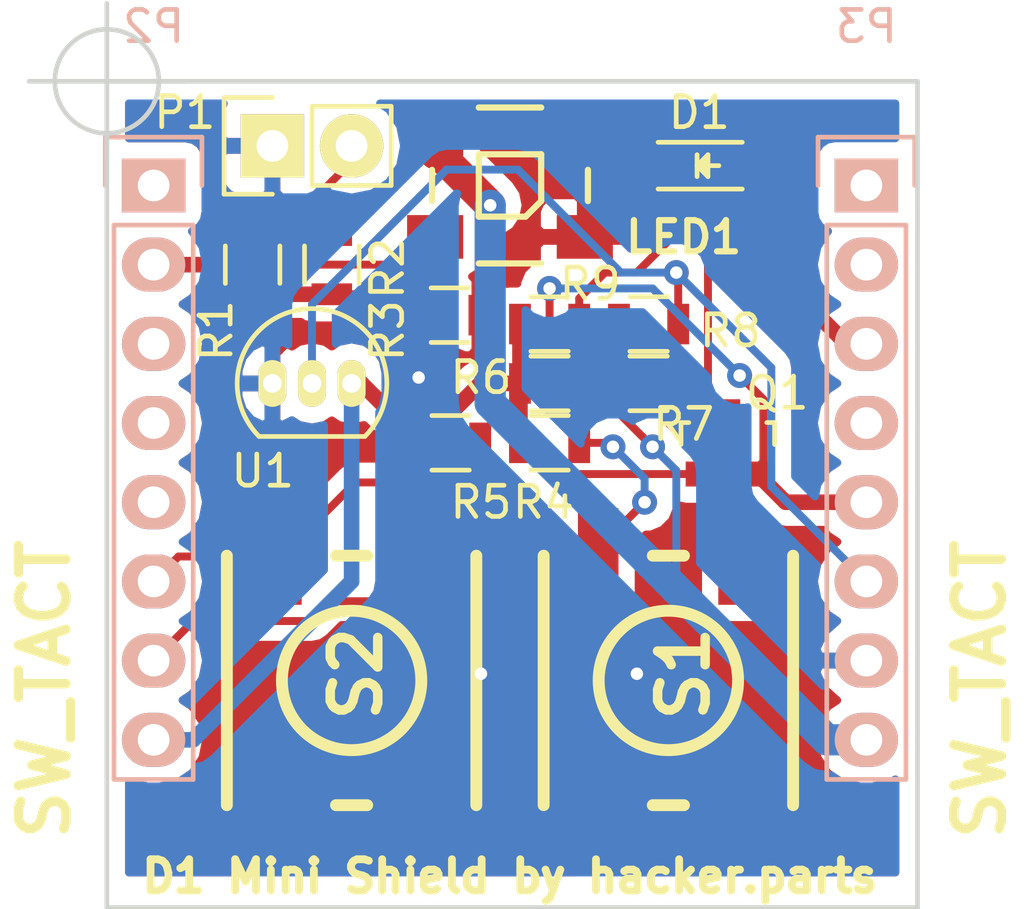
<source format=kicad_pcb>
(kicad_pcb (version 4) (host pcbnew 4.0.4-stable)

  (general
    (links 35)
    (no_connects 0)
    (area 121.419047 47.265 155.917143 76.575001)
    (thickness 1.6)
    (drawings 6)
    (tracks 121)
    (zones 0)
    (modules 18)
    (nets 22)
  )

  (page A4)
  (layers
    (0 F.Cu signal)
    (31 B.Cu signal)
    (34 B.Paste user)
    (35 F.Paste user)
    (36 B.SilkS user)
    (37 F.SilkS user)
    (38 B.Mask user)
    (39 F.Mask user)
    (44 Edge.Cuts user)
  )

  (setup
    (last_trace_width 0.5)
    (user_trace_width 0.254)
    (user_trace_width 0.5)
    (user_trace_width 1)
    (user_trace_width 2)
    (trace_clearance 0.2)
    (zone_clearance 0.508)
    (zone_45_only no)
    (trace_min 0.2032)
    (segment_width 0.2)
    (edge_width 0.15)
    (via_size 0.8)
    (via_drill 0.4)
    (via_min_size 0.8)
    (via_min_drill 0.3)
    (user_via 0.8 0.4)
    (user_via 1.5 1)
    (uvia_size 0.3)
    (uvia_drill 0.1)
    (uvias_allowed no)
    (uvia_min_size 0.2)
    (uvia_min_drill 0.1)
    (pcb_text_width 0.3)
    (pcb_text_size 1.5 1.5)
    (mod_edge_width 0.15)
    (mod_text_size 1 1)
    (mod_text_width 0.15)
    (pad_size 1.524 1.524)
    (pad_drill 0.762)
    (pad_to_mask_clearance 0.2)
    (aux_axis_origin 0 0)
    (visible_elements FFFEFF7F)
    (pcbplotparams
      (layerselection 0x010f0_80000001)
      (usegerberextensions false)
      (excludeedgelayer true)
      (linewidth 0.100000)
      (plotframeref false)
      (viasonmask false)
      (mode 1)
      (useauxorigin true)
      (hpglpennumber 1)
      (hpglpenspeed 20)
      (hpglpendiameter 15)
      (hpglpenoverlay 2)
      (psnegative false)
      (psa4output false)
      (plotreference true)
      (plotvalue false)
      (plotinvisibletext false)
      (padsonsilk false)
      (subtractmaskfromsilk true)
      (outputformat 1)
      (mirror false)
      (drillshape 0)
      (scaleselection 1)
      (outputdirectory dist/))
  )

  (net 0 "")
  (net 1 "Net-(D1-Pad2)")
  (net 2 "Net-(D1-Pad1)")
  (net 3 +5V)
  (net 4 "Net-(LED1-Pad2)")
  (net 5 GND)
  (net 6 "Net-(LED1-Pad4)")
  (net 7 "Net-(P2-Pad1)")
  (net 8 "Net-(P2-Pad2)")
  (net 9 "Net-(P2-Pad3)")
  (net 10 "Net-(P2-Pad4)")
  (net 11 "Net-(P2-Pad5)")
  (net 12 "Net-(P2-Pad6)")
  (net 13 "Net-(P2-Pad7)")
  (net 14 +3.3V)
  (net 15 "Net-(P3-Pad1)")
  (net 16 "Net-(P3-Pad2)")
  (net 17 "Net-(P3-Pad4)")
  (net 18 "Net-(P3-Pad5)")
  (net 19 "Net-(P3-Pad6)")
  (net 20 "Net-(S1-Pad4)")
  (net 21 "Net-(S2-Pad4)")

  (net_class Default "This is the default net class."
    (clearance 0.2)
    (trace_width 0.5)
    (via_dia 0.8)
    (via_drill 0.4)
    (uvia_dia 0.3)
    (uvia_drill 0.1)
    (add_net +3.3V)
    (add_net +5V)
    (add_net GND)
    (add_net "Net-(D1-Pad1)")
    (add_net "Net-(D1-Pad2)")
    (add_net "Net-(LED1-Pad2)")
    (add_net "Net-(LED1-Pad4)")
    (add_net "Net-(P2-Pad1)")
    (add_net "Net-(P2-Pad2)")
    (add_net "Net-(P2-Pad3)")
    (add_net "Net-(P2-Pad4)")
    (add_net "Net-(P2-Pad5)")
    (add_net "Net-(P2-Pad6)")
    (add_net "Net-(P2-Pad7)")
    (add_net "Net-(P3-Pad1)")
    (add_net "Net-(P3-Pad2)")
    (add_net "Net-(P3-Pad4)")
    (add_net "Net-(P3-Pad5)")
    (add_net "Net-(P3-Pad6)")
    (add_net "Net-(S1-Pad4)")
    (add_net "Net-(S2-Pad4)")
  )

  (module IHE:SW_M6_SMD (layer F.Cu) (tedit 58323ED6) (tstamp 58323223)
    (at 133.35 69.215 90)
    (descr http://www.ck-components.com/14409/pts645_8sept11.pdf/)
    (tags "SW SWITCH")
    (path /58324306)
    (fp_text reference S2 (at 0.215 0.15 90) (layer F.SilkS)
      (effects (font (thickness 0.3048)))
    )
    (fp_text value SW_TACT (at -0.285 -9.85 90) (layer F.SilkS)
      (effects (font (thickness 0.3048)))
    )
    (fp_line (start -4.0005 4.0005) (end 4.0005 4.0005) (layer F.SilkS) (width 0.381))
    (fp_line (start -4.0005 -0.50038) (end -4.0005 0.50038) (layer F.SilkS) (width 0.381))
    (fp_line (start 4.0005 -0.50038) (end 4.0005 0.50038) (layer F.SilkS) (width 0.381))
    (fp_line (start -4.0005 -4.0005) (end 4.0005 -4.0005) (layer F.SilkS) (width 0.381))
    (fp_circle (center 0 0) (end 1.00076 -1.99898) (layer F.SilkS) (width 0.381))
    (pad 3 smd rect (at 3.9751 -2.25044 90) (size 3.0988 1.30048) (layers F.Cu F.Paste F.Mask)
      (net 12 "Net-(P2-Pad6)"))
    (pad 1 smd rect (at -3.9751 -2.25044 90) (size 3.0988 1.30048) (layers F.Cu F.Paste F.Mask)
      (net 5 GND))
    (pad 2 smd rect (at -3.9751 2.25044 90) (size 3.0988 1.30048) (layers F.Cu F.Paste F.Mask)
      (net 5 GND))
    (pad 4 smd rect (at 3.9751 2.25044 90) (size 3.0988 1.30048) (layers F.Cu F.Paste F.Mask)
      (net 21 "Net-(S2-Pad4)"))
  )

  (module Housings_TO-92:TO-92_Inline_Narrow_Oval (layer F.Cu) (tedit 58323E51) (tstamp 5832322A)
    (at 130.81 59.69)
    (descr "TO-92 leads in-line, narrow, oval pads, drill 0.6mm (see NXP sot054_po.pdf)")
    (tags "to-92 sc-43 sc-43a sot54 PA33 transistor")
    (path /58322C44)
    (fp_text reference U1 (at -0.31 2.81) (layer F.SilkS)
      (effects (font (size 1 1) (thickness 0.15)))
    )
    (fp_text value DS18B20 (at 0 3) (layer F.Fab)
      (effects (font (size 1 1) (thickness 0.15)))
    )
    (fp_line (start -1.4 1.95) (end -1.4 -2.65) (layer F.CrtYd) (width 0.05))
    (fp_line (start -1.4 1.95) (end 3.95 1.95) (layer F.CrtYd) (width 0.05))
    (fp_line (start -0.43 1.7) (end 2.97 1.7) (layer F.SilkS) (width 0.15))
    (fp_arc (start 1.27 0) (end 1.27 -2.4) (angle -135) (layer F.SilkS) (width 0.15))
    (fp_arc (start 1.27 0) (end 1.27 -2.4) (angle 135) (layer F.SilkS) (width 0.15))
    (fp_line (start -1.4 -2.65) (end 3.95 -2.65) (layer F.CrtYd) (width 0.05))
    (fp_line (start 3.95 1.95) (end 3.95 -2.65) (layer F.CrtYd) (width 0.05))
    (pad 2 thru_hole oval (at 1.27 0 180) (size 0.89916 1.50114) (drill 0.6) (layers *.Cu *.Mask F.SilkS)
      (net 19 "Net-(P3-Pad6)"))
    (pad 3 thru_hole oval (at 2.54 0 180) (size 0.89916 1.50114) (drill 0.6) (layers *.Cu *.Mask F.SilkS)
      (net 14 +3.3V))
    (pad 1 thru_hole oval (at 0 0 180) (size 0.89916 1.50114) (drill 0.6) (layers *.Cu *.Mask F.SilkS)
      (net 5 GND))
    (model Housings_TO-92.3dshapes/TO-92_Inline_Narrow_Oval.wrl
      (at (xyz 0.05 0 0))
      (scale (xyz 1 1 1))
      (rotate (xyz 0 0 -90))
    )
  )

  (module LEDs:LED_0805 (layer F.Cu) (tedit 58323EA7) (tstamp 583231B0)
    (at 144.78 52.705)
    (descr "LED 0805 smd package")
    (tags "LED 0805 SMD")
    (path /58322301)
    (attr smd)
    (fp_text reference D1 (at -0.28 -1.705) (layer F.SilkS)
      (effects (font (size 1 1) (thickness 0.15)))
    )
    (fp_text value LED (at 0 1.75) (layer F.Fab)
      (effects (font (size 1 1) (thickness 0.15)))
    )
    (fp_line (start -1.6 0.75) (end 1.1 0.75) (layer F.SilkS) (width 0.15))
    (fp_line (start -1.6 -0.75) (end 1.1 -0.75) (layer F.SilkS) (width 0.15))
    (fp_line (start -0.1 0.15) (end -0.1 -0.1) (layer F.SilkS) (width 0.15))
    (fp_line (start -0.1 -0.1) (end -0.25 0.05) (layer F.SilkS) (width 0.15))
    (fp_line (start -0.35 -0.35) (end -0.35 0.35) (layer F.SilkS) (width 0.15))
    (fp_line (start 0 0) (end 0.35 0) (layer F.SilkS) (width 0.15))
    (fp_line (start -0.35 0) (end 0 -0.35) (layer F.SilkS) (width 0.15))
    (fp_line (start 0 -0.35) (end 0 0.35) (layer F.SilkS) (width 0.15))
    (fp_line (start 0 0.35) (end -0.35 0) (layer F.SilkS) (width 0.15))
    (fp_line (start 1.9 -0.95) (end 1.9 0.95) (layer F.CrtYd) (width 0.05))
    (fp_line (start 1.9 0.95) (end -1.9 0.95) (layer F.CrtYd) (width 0.05))
    (fp_line (start -1.9 0.95) (end -1.9 -0.95) (layer F.CrtYd) (width 0.05))
    (fp_line (start -1.9 -0.95) (end 1.9 -0.95) (layer F.CrtYd) (width 0.05))
    (pad 2 smd rect (at 1.04902 0 180) (size 1.19888 1.19888) (layers F.Cu F.Paste F.Mask)
      (net 1 "Net-(D1-Pad2)"))
    (pad 1 smd rect (at -1.04902 0 180) (size 1.19888 1.19888) (layers F.Cu F.Paste F.Mask)
      (net 2 "Net-(D1-Pad1)"))
    (model LEDs.3dshapes/LED_0805.wrl
      (at (xyz 0 0 0))
      (scale (xyz 1 1 1))
      (rotate (xyz 0 0 0))
    )
  )

  (module WS2812B:WS2812B (layer F.Cu) (tedit 58323E9E) (tstamp 583231B8)
    (at 138.43 53.34 90)
    (path /58322F12)
    (fp_text reference LED1 (at -1.66 5.57 180) (layer F.SilkS)
      (effects (font (size 1 1) (thickness 0.2)))
    )
    (fp_text value WS2812B (at 0 4.8 90) (layer F.SilkS) hide
      (effects (font (size 1 1) (thickness 0.2)))
    )
    (fp_line (start -1 -1) (end 1 -1) (layer F.SilkS) (width 0.2))
    (fp_line (start 1 -1) (end 1 1) (layer F.SilkS) (width 0.2))
    (fp_line (start 1 1) (end -0.5 1) (layer F.SilkS) (width 0.2))
    (fp_line (start -0.5 1) (end -1 0.5) (layer F.SilkS) (width 0.2))
    (fp_line (start -1 0.5) (end -1 -1) (layer F.SilkS) (width 0.2))
    (fp_line (start -2.5 -1) (end -2.5 1) (layer F.SilkS) (width 0.2))
    (fp_line (start -0.5 2.5) (end 0.5 2.5) (layer F.SilkS) (width 0.2))
    (fp_line (start 2.5 -1) (end 2.5 1) (layer F.SilkS) (width 0.2))
    (fp_line (start -0.5 -2.5) (end 0.5 -2.5) (layer F.SilkS) (width 0.2))
    (fp_line (start 2.1 2.5) (end 2.5 2.5) (layer Dwgs.User) (width 0.2))
    (fp_line (start -1.2 2.5) (end 1.2 2.5) (layer Dwgs.User) (width 0.2))
    (fp_line (start -2.5 2.5) (end -2.1 2.5) (layer Dwgs.User) (width 0.2))
    (fp_line (start 2.1 -2.5) (end 2.5 -2.5) (layer Dwgs.User) (width 0.2))
    (fp_line (start -1.2 -2.5) (end 1.2 -2.5) (layer Dwgs.User) (width 0.2))
    (fp_line (start -2.5 -2.5) (end -2.1 -2.5) (layer Dwgs.User) (width 0.2))
    (fp_line (start -2.1 -2.7) (end -1.2 -2.7) (layer Dwgs.User) (width 0.2))
    (fp_line (start -1.2 -2.7) (end -1.2 -1.8) (layer Dwgs.User) (width 0.2))
    (fp_line (start -1.2 -1.8) (end -2.1 -1.8) (layer Dwgs.User) (width 0.2))
    (fp_line (start -2.1 -1.8) (end -2.1 -2.7) (layer Dwgs.User) (width 0.2))
    (fp_line (start 2.1 -2.7) (end 1.2 -2.7) (layer Dwgs.User) (width 0.2))
    (fp_line (start 1.2 -2.7) (end 1.2 -1.8) (layer Dwgs.User) (width 0.2))
    (fp_line (start 1.2 -1.8) (end 2.1 -1.8) (layer Dwgs.User) (width 0.2))
    (fp_line (start 2.1 -1.8) (end 2.1 -2.7) (layer Dwgs.User) (width 0.2))
    (fp_line (start -2.1 2.7) (end -2.1 1.8) (layer Dwgs.User) (width 0.2))
    (fp_line (start -2.1 1.8) (end -1.2 1.8) (layer Dwgs.User) (width 0.2))
    (fp_line (start -1.2 1.8) (end -1.2 2.7) (layer Dwgs.User) (width 0.2))
    (fp_line (start -1.2 2.7) (end -2.1 2.7) (layer Dwgs.User) (width 0.2))
    (fp_line (start 1.2 2.7) (end 1.2 1.8) (layer Dwgs.User) (width 0.2))
    (fp_line (start 1.2 1.8) (end 2.1 1.8) (layer Dwgs.User) (width 0.2))
    (fp_line (start 2.1 1.8) (end 2.1 2.7) (layer Dwgs.User) (width 0.2))
    (fp_line (start 2.1 2.7) (end 1.2 2.7) (layer Dwgs.User) (width 0.2))
    (fp_line (start 2.5 -2.5) (end 2.5 2.5) (layer Dwgs.User) (width 0.2))
    (fp_line (start -2.49936 2.49936) (end -2.49936 -2.49936) (layer Dwgs.User) (width 0.2))
    (pad 1 smd rect (at 1.65 -2.4 90) (size 1.4 1.8) (layers F.Cu F.Paste F.Mask)
      (net 3 +5V))
    (pad 2 smd rect (at -1.65 -2.4 90) (size 1.4 1.8) (layers F.Cu F.Paste F.Mask)
      (net 4 "Net-(LED1-Pad2)"))
    (pad 3 smd rect (at -1.65 2.4 90) (size 1.4 1.8) (layers F.Cu F.Paste F.Mask)
      (net 5 GND))
    (pad 4 smd rect (at 1.65 2.4 90) (size 1.4 1.8) (layers F.Cu F.Paste F.Mask)
      (net 6 "Net-(LED1-Pad4)"))
  )

  (module Socket_Strips:Socket_Strip_Straight_1x02 (layer F.Cu) (tedit 583249A3) (tstamp 583231BE)
    (at 130.81 52.07)
    (descr "Through hole socket strip")
    (tags "socket strip")
    (path /5832339A)
    (fp_text reference P1 (at -2.81 -1.07) (layer F.SilkS)
      (effects (font (size 1 1) (thickness 0.15)))
    )
    (fp_text value WS2812B_OUT (at 0 -3.1) (layer F.Fab)
      (effects (font (size 1 1) (thickness 0.15)))
    )
    (fp_line (start -1.55 1.55) (end 0 1.55) (layer F.SilkS) (width 0.15))
    (fp_line (start 3.81 1.27) (end 1.27 1.27) (layer F.SilkS) (width 0.15))
    (fp_line (start -1.75 -1.75) (end -1.75 1.75) (layer F.CrtYd) (width 0.05))
    (fp_line (start 4.3 -1.75) (end 4.3 1.75) (layer F.CrtYd) (width 0.05))
    (fp_line (start -1.75 -1.75) (end 4.3 -1.75) (layer F.CrtYd) (width 0.05))
    (fp_line (start -1.75 1.75) (end 4.3 1.75) (layer F.CrtYd) (width 0.05))
    (fp_line (start 1.27 1.27) (end 1.27 -1.27) (layer F.SilkS) (width 0.15))
    (fp_line (start 0 -1.55) (end -1.55 -1.55) (layer F.SilkS) (width 0.15))
    (fp_line (start -1.55 -1.55) (end -1.55 1.55) (layer F.SilkS) (width 0.15))
    (fp_line (start 1.27 -1.27) (end 3.81 -1.27) (layer F.SilkS) (width 0.15))
    (fp_line (start 3.81 -1.27) (end 3.81 1.27) (layer F.SilkS) (width 0.15))
    (pad 1 thru_hole rect (at 0 0) (size 2.032 2.032) (drill 1.016) (layers *.Cu *.Mask F.SilkS)
      (net 5 GND))
    (pad 2 thru_hole oval (at 2.54 0) (size 2.032 2.032) (drill 1.016) (layers *.Cu *.Mask F.SilkS)
      (net 4 "Net-(LED1-Pad2)"))
    (model Socket_Strips.3dshapes/Socket_Strip_Straight_1x02.wrl
      (at (xyz 0.05 0 0))
      (scale (xyz 1 1 1))
      (rotate (xyz 0 0 180))
    )
  )

  (module Pin_Headers:Pin_Header_Straight_1x08 (layer B.Cu) (tedit 0) (tstamp 583231CA)
    (at 127 53.34 180)
    (descr "Through hole pin header")
    (tags "pin header")
    (path /5832221E)
    (fp_text reference P2 (at 0 5.1 180) (layer B.SilkS)
      (effects (font (size 1 1) (thickness 0.15)) (justify mirror))
    )
    (fp_text value LEFT_ESP8266 (at 0 3.1 180) (layer B.Fab)
      (effects (font (size 1 1) (thickness 0.15)) (justify mirror))
    )
    (fp_line (start -1.75 1.75) (end -1.75 -19.55) (layer B.CrtYd) (width 0.05))
    (fp_line (start 1.75 1.75) (end 1.75 -19.55) (layer B.CrtYd) (width 0.05))
    (fp_line (start -1.75 1.75) (end 1.75 1.75) (layer B.CrtYd) (width 0.05))
    (fp_line (start -1.75 -19.55) (end 1.75 -19.55) (layer B.CrtYd) (width 0.05))
    (fp_line (start 1.27 -1.27) (end 1.27 -19.05) (layer B.SilkS) (width 0.15))
    (fp_line (start 1.27 -19.05) (end -1.27 -19.05) (layer B.SilkS) (width 0.15))
    (fp_line (start -1.27 -19.05) (end -1.27 -1.27) (layer B.SilkS) (width 0.15))
    (fp_line (start 1.55 1.55) (end 1.55 0) (layer B.SilkS) (width 0.15))
    (fp_line (start 1.27 -1.27) (end -1.27 -1.27) (layer B.SilkS) (width 0.15))
    (fp_line (start -1.55 0) (end -1.55 1.55) (layer B.SilkS) (width 0.15))
    (fp_line (start -1.55 1.55) (end 1.55 1.55) (layer B.SilkS) (width 0.15))
    (pad 1 thru_hole rect (at 0 0 180) (size 2.032 1.7272) (drill 1.016) (layers *.Cu *.Mask B.SilkS)
      (net 7 "Net-(P2-Pad1)"))
    (pad 2 thru_hole oval (at 0 -2.54 180) (size 2.032 1.7272) (drill 1.016) (layers *.Cu *.Mask B.SilkS)
      (net 8 "Net-(P2-Pad2)"))
    (pad 3 thru_hole oval (at 0 -5.08 180) (size 2.032 1.7272) (drill 1.016) (layers *.Cu *.Mask B.SilkS)
      (net 9 "Net-(P2-Pad3)"))
    (pad 4 thru_hole oval (at 0 -7.62 180) (size 2.032 1.7272) (drill 1.016) (layers *.Cu *.Mask B.SilkS)
      (net 10 "Net-(P2-Pad4)"))
    (pad 5 thru_hole oval (at 0 -10.16 180) (size 2.032 1.7272) (drill 1.016) (layers *.Cu *.Mask B.SilkS)
      (net 11 "Net-(P2-Pad5)"))
    (pad 6 thru_hole oval (at 0 -12.7 180) (size 2.032 1.7272) (drill 1.016) (layers *.Cu *.Mask B.SilkS)
      (net 12 "Net-(P2-Pad6)"))
    (pad 7 thru_hole oval (at 0 -15.24 180) (size 2.032 1.7272) (drill 1.016) (layers *.Cu *.Mask B.SilkS)
      (net 13 "Net-(P2-Pad7)"))
    (pad 8 thru_hole oval (at 0 -17.78 180) (size 2.032 1.7272) (drill 1.016) (layers *.Cu *.Mask B.SilkS)
      (net 14 +3.3V))
    (model Pin_Headers.3dshapes/Pin_Header_Straight_1x08.wrl
      (at (xyz 0 -0.35 0))
      (scale (xyz 1 1 1))
      (rotate (xyz 0 0 90))
    )
  )

  (module Pin_Headers:Pin_Header_Straight_1x08 (layer B.Cu) (tedit 0) (tstamp 583231D6)
    (at 149.86 53.34 180)
    (descr "Through hole pin header")
    (tags "pin header")
    (path /58322242)
    (fp_text reference P3 (at 0 5.1 180) (layer B.SilkS)
      (effects (font (size 1 1) (thickness 0.15)) (justify mirror))
    )
    (fp_text value RIGHT_ESP8266 (at 0 3.1 180) (layer B.Fab)
      (effects (font (size 1 1) (thickness 0.15)) (justify mirror))
    )
    (fp_line (start -1.75 1.75) (end -1.75 -19.55) (layer B.CrtYd) (width 0.05))
    (fp_line (start 1.75 1.75) (end 1.75 -19.55) (layer B.CrtYd) (width 0.05))
    (fp_line (start -1.75 1.75) (end 1.75 1.75) (layer B.CrtYd) (width 0.05))
    (fp_line (start -1.75 -19.55) (end 1.75 -19.55) (layer B.CrtYd) (width 0.05))
    (fp_line (start 1.27 -1.27) (end 1.27 -19.05) (layer B.SilkS) (width 0.15))
    (fp_line (start 1.27 -19.05) (end -1.27 -19.05) (layer B.SilkS) (width 0.15))
    (fp_line (start -1.27 -19.05) (end -1.27 -1.27) (layer B.SilkS) (width 0.15))
    (fp_line (start 1.55 1.55) (end 1.55 0) (layer B.SilkS) (width 0.15))
    (fp_line (start 1.27 -1.27) (end -1.27 -1.27) (layer B.SilkS) (width 0.15))
    (fp_line (start -1.55 0) (end -1.55 1.55) (layer B.SilkS) (width 0.15))
    (fp_line (start -1.55 1.55) (end 1.55 1.55) (layer B.SilkS) (width 0.15))
    (pad 1 thru_hole rect (at 0 0 180) (size 2.032 1.7272) (drill 1.016) (layers *.Cu *.Mask B.SilkS)
      (net 15 "Net-(P3-Pad1)"))
    (pad 2 thru_hole oval (at 0 -2.54 180) (size 2.032 1.7272) (drill 1.016) (layers *.Cu *.Mask B.SilkS)
      (net 16 "Net-(P3-Pad2)"))
    (pad 3 thru_hole oval (at 0 -5.08 180) (size 2.032 1.7272) (drill 1.016) (layers *.Cu *.Mask B.SilkS)
      (net 1 "Net-(D1-Pad2)"))
    (pad 4 thru_hole oval (at 0 -7.62 180) (size 2.032 1.7272) (drill 1.016) (layers *.Cu *.Mask B.SilkS)
      (net 17 "Net-(P3-Pad4)"))
    (pad 5 thru_hole oval (at 0 -10.16 180) (size 2.032 1.7272) (drill 1.016) (layers *.Cu *.Mask B.SilkS)
      (net 18 "Net-(P3-Pad5)"))
    (pad 6 thru_hole oval (at 0 -12.7 180) (size 2.032 1.7272) (drill 1.016) (layers *.Cu *.Mask B.SilkS)
      (net 19 "Net-(P3-Pad6)"))
    (pad 7 thru_hole oval (at 0 -15.24 180) (size 2.032 1.7272) (drill 1.016) (layers *.Cu *.Mask B.SilkS)
      (net 5 GND))
    (pad 8 thru_hole oval (at 0 -17.78 180) (size 2.032 1.7272) (drill 1.016) (layers *.Cu *.Mask B.SilkS)
      (net 3 +5V))
    (model Pin_Headers.3dshapes/Pin_Header_Straight_1x08.wrl
      (at (xyz 0 -0.35 0))
      (scale (xyz 1 1 1))
      (rotate (xyz 0 0 90))
    )
  )

  (module Housings_SOT-23_SOT-143_TSOT-6:SOT-23 (layer F.Cu) (tedit 58323E8D) (tstamp 583231DD)
    (at 145.415 61.595)
    (descr "SOT-23, Standard")
    (tags SOT-23)
    (path /58323753)
    (attr smd)
    (fp_text reference Q1 (at 1.585 -1.595) (layer F.SilkS)
      (effects (font (size 1 1) (thickness 0.15)))
    )
    (fp_text value BSS138 (at 0 3.81) (layer F.Fab)
      (effects (font (size 1 1) (thickness 0.15)))
    )
    (fp_line (start 1.29916 -0.65024) (end 1.2509 -0.65024) (layer F.SilkS) (width 0.15))
    (fp_line (start -1.49982 0.0508) (end -1.49982 -0.65024) (layer F.SilkS) (width 0.15))
    (fp_line (start -1.49982 -0.65024) (end -1.2509 -0.65024) (layer F.SilkS) (width 0.15))
    (fp_line (start 1.29916 -0.65024) (end 1.49982 -0.65024) (layer F.SilkS) (width 0.15))
    (fp_line (start 1.49982 -0.65024) (end 1.49982 0.0508) (layer F.SilkS) (width 0.15))
    (pad 1 smd rect (at -0.95 1.00076) (size 0.8001 0.8001) (layers F.Cu F.Paste F.Mask)
      (net 14 +3.3V))
    (pad 2 smd rect (at 0.95 1.00076) (size 0.8001 0.8001) (layers F.Cu F.Paste F.Mask)
      (net 18 "Net-(P3-Pad5)"))
    (pad 3 smd rect (at 0 -0.99822) (size 0.8001 0.8001) (layers F.Cu F.Paste F.Mask)
      (net 6 "Net-(LED1-Pad4)"))
    (model Housings_SOT-23_SOT-143_TSOT-6.3dshapes/SOT-23.wrl
      (at (xyz 0 0 0))
      (scale (xyz 1 1 1))
      (rotate (xyz 0 0 0))
    )
  )

  (module Resistors_SMD:R_0805 (layer F.Cu) (tedit 58323E4D) (tstamp 583231E3)
    (at 130.175 55.88 90)
    (descr "Resistor SMD 0805, reflow soldering, Vishay (see dcrcw.pdf)")
    (tags "resistor 0805")
    (path /58322591)
    (attr smd)
    (fp_text reference R1 (at -2.12 -1.175 90) (layer F.SilkS)
      (effects (font (size 1 1) (thickness 0.15)))
    )
    (fp_text value LDR (at 0 2.1 90) (layer F.Fab)
      (effects (font (size 1 1) (thickness 0.15)))
    )
    (fp_line (start -1.6 -1) (end 1.6 -1) (layer F.CrtYd) (width 0.05))
    (fp_line (start -1.6 1) (end 1.6 1) (layer F.CrtYd) (width 0.05))
    (fp_line (start -1.6 -1) (end -1.6 1) (layer F.CrtYd) (width 0.05))
    (fp_line (start 1.6 -1) (end 1.6 1) (layer F.CrtYd) (width 0.05))
    (fp_line (start 0.6 0.875) (end -0.6 0.875) (layer F.SilkS) (width 0.15))
    (fp_line (start -0.6 -0.875) (end 0.6 -0.875) (layer F.SilkS) (width 0.15))
    (pad 1 smd rect (at -0.95 0 90) (size 0.7 1.3) (layers F.Cu F.Paste F.Mask)
      (net 8 "Net-(P2-Pad2)"))
    (pad 2 smd rect (at 0.95 0 90) (size 0.7 1.3) (layers F.Cu F.Paste F.Mask)
      (net 5 GND))
    (model Resistors_SMD.3dshapes/R_0805.wrl
      (at (xyz 0 0 0))
      (scale (xyz 1 1 1))
      (rotate (xyz 0 0 0))
    )
  )

  (module Resistors_SMD:R_0805 (layer F.Cu) (tedit 58323E63) (tstamp 583231E9)
    (at 132.715 55.88 270)
    (descr "Resistor SMD 0805, reflow soldering, Vishay (see dcrcw.pdf)")
    (tags "resistor 0805")
    (path /583224AC)
    (attr smd)
    (fp_text reference R2 (at 0.12 -1.785 270) (layer F.SilkS)
      (effects (font (size 1 1) (thickness 0.15)))
    )
    (fp_text value 10kΩ (at 0 2.1 270) (layer F.Fab)
      (effects (font (size 1 1) (thickness 0.15)))
    )
    (fp_line (start -1.6 -1) (end 1.6 -1) (layer F.CrtYd) (width 0.05))
    (fp_line (start -1.6 1) (end 1.6 1) (layer F.CrtYd) (width 0.05))
    (fp_line (start -1.6 -1) (end -1.6 1) (layer F.CrtYd) (width 0.05))
    (fp_line (start 1.6 -1) (end 1.6 1) (layer F.CrtYd) (width 0.05))
    (fp_line (start 0.6 0.875) (end -0.6 0.875) (layer F.SilkS) (width 0.15))
    (fp_line (start -0.6 -0.875) (end 0.6 -0.875) (layer F.SilkS) (width 0.15))
    (pad 1 smd rect (at -0.95 0 270) (size 0.7 1.3) (layers F.Cu F.Paste F.Mask)
      (net 3 +5V))
    (pad 2 smd rect (at 0.95 0 270) (size 0.7 1.3) (layers F.Cu F.Paste F.Mask)
      (net 8 "Net-(P2-Pad2)"))
    (model Resistors_SMD.3dshapes/R_0805.wrl
      (at (xyz 0 0 0))
      (scale (xyz 1 1 1))
      (rotate (xyz 0 0 0))
    )
  )

  (module Resistors_SMD:R_0805 (layer F.Cu) (tedit 58323E73) (tstamp 583231EF)
    (at 136.5 57.5)
    (descr "Resistor SMD 0805, reflow soldering, Vishay (see dcrcw.pdf)")
    (tags "resistor 0805")
    (path /583224E6)
    (attr smd)
    (fp_text reference R3 (at -2 0.5 90) (layer F.SilkS)
      (effects (font (size 1 1) (thickness 0.15)))
    )
    (fp_text value 1.8kΩ (at 0 2.1) (layer F.Fab)
      (effects (font (size 1 1) (thickness 0.15)))
    )
    (fp_line (start -1.6 -1) (end 1.6 -1) (layer F.CrtYd) (width 0.05))
    (fp_line (start -1.6 1) (end 1.6 1) (layer F.CrtYd) (width 0.05))
    (fp_line (start -1.6 -1) (end -1.6 1) (layer F.CrtYd) (width 0.05))
    (fp_line (start 1.6 -1) (end 1.6 1) (layer F.CrtYd) (width 0.05))
    (fp_line (start 0.6 0.875) (end -0.6 0.875) (layer F.SilkS) (width 0.15))
    (fp_line (start -0.6 -0.875) (end 0.6 -0.875) (layer F.SilkS) (width 0.15))
    (pad 1 smd rect (at -0.95 0) (size 0.7 1.3) (layers F.Cu F.Paste F.Mask)
      (net 8 "Net-(P2-Pad2)"))
    (pad 2 smd rect (at 0.95 0) (size 0.7 1.3) (layers F.Cu F.Paste F.Mask)
      (net 5 GND))
    (model Resistors_SMD.3dshapes/R_0805.wrl
      (at (xyz 0 0 0))
      (scale (xyz 1 1 1))
      (rotate (xyz 0 0 0))
    )
  )

  (module Resistors_SMD:R_0805 (layer F.Cu) (tedit 58323E5A) (tstamp 583231F5)
    (at 139.7 61.595)
    (descr "Resistor SMD 0805, reflow soldering, Vishay (see dcrcw.pdf)")
    (tags "resistor 0805")
    (path /5832290D)
    (attr smd)
    (fp_text reference R4 (at -0.2 1.905) (layer F.SilkS)
      (effects (font (size 1 1) (thickness 0.15)))
    )
    (fp_text value 10kΩ (at 0 2.1) (layer F.Fab)
      (effects (font (size 1 1) (thickness 0.15)))
    )
    (fp_line (start -1.6 -1) (end 1.6 -1) (layer F.CrtYd) (width 0.05))
    (fp_line (start -1.6 1) (end 1.6 1) (layer F.CrtYd) (width 0.05))
    (fp_line (start -1.6 -1) (end -1.6 1) (layer F.CrtYd) (width 0.05))
    (fp_line (start 1.6 -1) (end 1.6 1) (layer F.CrtYd) (width 0.05))
    (fp_line (start 0.6 0.875) (end -0.6 0.875) (layer F.SilkS) (width 0.15))
    (fp_line (start -0.6 -0.875) (end 0.6 -0.875) (layer F.SilkS) (width 0.15))
    (pad 1 smd rect (at -0.95 0) (size 0.7 1.3) (layers F.Cu F.Paste F.Mask)
      (net 14 +3.3V))
    (pad 2 smd rect (at 0.95 0) (size 0.7 1.3) (layers F.Cu F.Paste F.Mask)
      (net 13 "Net-(P2-Pad7)"))
    (model Resistors_SMD.3dshapes/R_0805.wrl
      (at (xyz 0 0 0))
      (scale (xyz 1 1 1))
      (rotate (xyz 0 0 0))
    )
  )

  (module Resistors_SMD:R_0805 (layer F.Cu) (tedit 58323E55) (tstamp 583231FB)
    (at 136.525 61.595)
    (descr "Resistor SMD 0805, reflow soldering, Vishay (see dcrcw.pdf)")
    (tags "resistor 0805")
    (path /58322AB0)
    (attr smd)
    (fp_text reference R5 (at 0.975 1.905) (layer F.SilkS)
      (effects (font (size 1 1) (thickness 0.15)))
    )
    (fp_text value 10kΩ (at 0 2.1) (layer F.Fab)
      (effects (font (size 1 1) (thickness 0.15)))
    )
    (fp_line (start -1.6 -1) (end 1.6 -1) (layer F.CrtYd) (width 0.05))
    (fp_line (start -1.6 1) (end 1.6 1) (layer F.CrtYd) (width 0.05))
    (fp_line (start -1.6 -1) (end -1.6 1) (layer F.CrtYd) (width 0.05))
    (fp_line (start 1.6 -1) (end 1.6 1) (layer F.CrtYd) (width 0.05))
    (fp_line (start 0.6 0.875) (end -0.6 0.875) (layer F.SilkS) (width 0.15))
    (fp_line (start -0.6 -0.875) (end 0.6 -0.875) (layer F.SilkS) (width 0.15))
    (pad 1 smd rect (at -0.95 0) (size 0.7 1.3) (layers F.Cu F.Paste F.Mask)
      (net 14 +3.3V))
    (pad 2 smd rect (at 0.95 0) (size 0.7 1.3) (layers F.Cu F.Paste F.Mask)
      (net 12 "Net-(P2-Pad6)"))
    (model Resistors_SMD.3dshapes/R_0805.wrl
      (at (xyz 0 0 0))
      (scale (xyz 1 1 1))
      (rotate (xyz 0 0 0))
    )
  )

  (module Resistors_SMD:R_0805 (layer F.Cu) (tedit 58323E60) (tstamp 58323201)
    (at 139.7 59.69)
    (descr "Resistor SMD 0805, reflow soldering, Vishay (see dcrcw.pdf)")
    (tags "resistor 0805")
    (path /583237A8)
    (attr smd)
    (fp_text reference R6 (at -2.2 -0.19) (layer F.SilkS)
      (effects (font (size 1 1) (thickness 0.15)))
    )
    (fp_text value 10kΩ (at 0 2.1) (layer F.Fab)
      (effects (font (size 1 1) (thickness 0.15)))
    )
    (fp_line (start -1.6 -1) (end 1.6 -1) (layer F.CrtYd) (width 0.05))
    (fp_line (start -1.6 1) (end 1.6 1) (layer F.CrtYd) (width 0.05))
    (fp_line (start -1.6 -1) (end -1.6 1) (layer F.CrtYd) (width 0.05))
    (fp_line (start 1.6 -1) (end 1.6 1) (layer F.CrtYd) (width 0.05))
    (fp_line (start 0.6 0.875) (end -0.6 0.875) (layer F.SilkS) (width 0.15))
    (fp_line (start -0.6 -0.875) (end 0.6 -0.875) (layer F.SilkS) (width 0.15))
    (pad 1 smd rect (at -0.95 0) (size 0.7 1.3) (layers F.Cu F.Paste F.Mask)
      (net 14 +3.3V))
    (pad 2 smd rect (at 0.95 0) (size 0.7 1.3) (layers F.Cu F.Paste F.Mask)
      (net 18 "Net-(P3-Pad5)"))
    (model Resistors_SMD.3dshapes/R_0805.wrl
      (at (xyz 0 0 0))
      (scale (xyz 1 1 1))
      (rotate (xyz 0 0 0))
    )
  )

  (module Resistors_SMD:R_0805 (layer F.Cu) (tedit 58324990) (tstamp 58323207)
    (at 142.875 59.69)
    (descr "Resistor SMD 0805, reflow soldering, Vishay (see dcrcw.pdf)")
    (tags "resistor 0805")
    (path /5832382A)
    (attr smd)
    (fp_text reference R7 (at 1.125 1.31) (layer F.SilkS)
      (effects (font (size 1 1) (thickness 0.15)))
    )
    (fp_text value 10kΩ (at 0 2.1) (layer F.Fab)
      (effects (font (size 1 1) (thickness 0.15)))
    )
    (fp_line (start -1.6 -1) (end 1.6 -1) (layer F.CrtYd) (width 0.05))
    (fp_line (start -1.6 1) (end 1.6 1) (layer F.CrtYd) (width 0.05))
    (fp_line (start -1.6 -1) (end -1.6 1) (layer F.CrtYd) (width 0.05))
    (fp_line (start 1.6 -1) (end 1.6 1) (layer F.CrtYd) (width 0.05))
    (fp_line (start 0.6 0.875) (end -0.6 0.875) (layer F.SilkS) (width 0.15))
    (fp_line (start -0.6 -0.875) (end 0.6 -0.875) (layer F.SilkS) (width 0.15))
    (pad 1 smd rect (at -0.95 0) (size 0.7 1.3) (layers F.Cu F.Paste F.Mask)
      (net 3 +5V))
    (pad 2 smd rect (at 0.95 0) (size 0.7 1.3) (layers F.Cu F.Paste F.Mask)
      (net 6 "Net-(LED1-Pad4)"))
    (model Resistors_SMD.3dshapes/R_0805.wrl
      (at (xyz 0 0 0))
      (scale (xyz 1 1 1))
      (rotate (xyz 0 0 0))
    )
  )

  (module Resistors_SMD:R_0805 (layer F.Cu) (tedit 58323E90) (tstamp 5832320D)
    (at 142.875 57.785)
    (descr "Resistor SMD 0805, reflow soldering, Vishay (see dcrcw.pdf)")
    (tags "resistor 0805")
    (path /58322D60)
    (attr smd)
    (fp_text reference R8 (at 2.625 0.215) (layer F.SilkS)
      (effects (font (size 1 1) (thickness 0.15)))
    )
    (fp_text value 4.7kΩ (at 0 2.1) (layer F.Fab)
      (effects (font (size 1 1) (thickness 0.15)))
    )
    (fp_line (start -1.6 -1) (end 1.6 -1) (layer F.CrtYd) (width 0.05))
    (fp_line (start -1.6 1) (end 1.6 1) (layer F.CrtYd) (width 0.05))
    (fp_line (start -1.6 -1) (end -1.6 1) (layer F.CrtYd) (width 0.05))
    (fp_line (start 1.6 -1) (end 1.6 1) (layer F.CrtYd) (width 0.05))
    (fp_line (start 0.6 0.875) (end -0.6 0.875) (layer F.SilkS) (width 0.15))
    (fp_line (start -0.6 -0.875) (end 0.6 -0.875) (layer F.SilkS) (width 0.15))
    (pad 1 smd rect (at -0.95 0) (size 0.7 1.3) (layers F.Cu F.Paste F.Mask)
      (net 14 +3.3V))
    (pad 2 smd rect (at 0.95 0) (size 0.7 1.3) (layers F.Cu F.Paste F.Mask)
      (net 19 "Net-(P3-Pad6)"))
    (model Resistors_SMD.3dshapes/R_0805.wrl
      (at (xyz 0 0 0))
      (scale (xyz 1 1 1))
      (rotate (xyz 0 0 0))
    )
  )

  (module Resistors_SMD:R_0805 (layer F.Cu) (tedit 58323E7C) (tstamp 58323213)
    (at 139.7 57.785)
    (descr "Resistor SMD 0805, reflow soldering, Vishay (see dcrcw.pdf)")
    (tags "resistor 0805")
    (path /5832235B)
    (attr smd)
    (fp_text reference R9 (at 1.3 -1.285) (layer F.SilkS)
      (effects (font (size 1 1) (thickness 0.15)))
    )
    (fp_text value 220Ω (at 0 2.1) (layer F.Fab)
      (effects (font (size 1 1) (thickness 0.15)))
    )
    (fp_line (start -1.6 -1) (end 1.6 -1) (layer F.CrtYd) (width 0.05))
    (fp_line (start -1.6 1) (end 1.6 1) (layer F.CrtYd) (width 0.05))
    (fp_line (start -1.6 -1) (end -1.6 1) (layer F.CrtYd) (width 0.05))
    (fp_line (start 1.6 -1) (end 1.6 1) (layer F.CrtYd) (width 0.05))
    (fp_line (start 0.6 0.875) (end -0.6 0.875) (layer F.SilkS) (width 0.15))
    (fp_line (start -0.6 -0.875) (end 0.6 -0.875) (layer F.SilkS) (width 0.15))
    (pad 1 smd rect (at -0.95 0) (size 0.7 1.3) (layers F.Cu F.Paste F.Mask)
      (net 14 +3.3V))
    (pad 2 smd rect (at 0.95 0) (size 0.7 1.3) (layers F.Cu F.Paste F.Mask)
      (net 2 "Net-(D1-Pad1)"))
    (model Resistors_SMD.3dshapes/R_0805.wrl
      (at (xyz 0 0 0))
      (scale (xyz 1 1 1))
      (rotate (xyz 0 0 0))
    )
  )

  (module IHE:SW_M6_SMD (layer F.Cu) (tedit 58323EDA) (tstamp 5832321B)
    (at 143.51 69.215 90)
    (descr http://www.ck-components.com/14409/pts645_8sept11.pdf/)
    (tags "SW SWITCH")
    (path /58324174)
    (fp_text reference S1 (at 0.215 0.49 90) (layer F.SilkS)
      (effects (font (thickness 0.3048)))
    )
    (fp_text value SW_TACT (at -0.285 9.99 90) (layer F.SilkS)
      (effects (font (thickness 0.3048)))
    )
    (fp_line (start -4.0005 4.0005) (end 4.0005 4.0005) (layer F.SilkS) (width 0.381))
    (fp_line (start -4.0005 -0.50038) (end -4.0005 0.50038) (layer F.SilkS) (width 0.381))
    (fp_line (start 4.0005 -0.50038) (end 4.0005 0.50038) (layer F.SilkS) (width 0.381))
    (fp_line (start -4.0005 -4.0005) (end 4.0005 -4.0005) (layer F.SilkS) (width 0.381))
    (fp_circle (center 0 0) (end 1.00076 -1.99898) (layer F.SilkS) (width 0.381))
    (pad 3 smd rect (at 3.9751 -2.25044 90) (size 3.0988 1.30048) (layers F.Cu F.Paste F.Mask)
      (net 13 "Net-(P2-Pad7)"))
    (pad 1 smd rect (at -3.9751 -2.25044 90) (size 3.0988 1.30048) (layers F.Cu F.Paste F.Mask)
      (net 5 GND))
    (pad 2 smd rect (at -3.9751 2.25044 90) (size 3.0988 1.30048) (layers F.Cu F.Paste F.Mask)
      (net 5 GND))
    (pad 4 smd rect (at 3.9751 2.25044 90) (size 3.0988 1.30048) (layers F.Cu F.Paste F.Mask)
      (net 20 "Net-(S1-Pad4)"))
  )

  (gr_text "D1 Mini Shield by hacker.parts" (at 126.5 75.5) (layer F.SilkS)
    (effects (font (size 1 1) (thickness 0.25)) (justify left))
  )
  (gr_line (start 125.5 76.5) (end 125.5 50) (angle 90) (layer Edge.Cuts) (width 0.15))
  (gr_line (start 151.5 76.5) (end 151.5 50) (angle 90) (layer Edge.Cuts) (width 0.15))
  (target plus (at 125.5 50) (size 5) (width 0.15) (layer Edge.Cuts))
  (gr_line (start 151.5 76.5) (end 125.5 76.5) (angle 90) (layer Edge.Cuts) (width 0.15))
  (gr_line (start 151.5 50) (end 125.5 50) (angle 90) (layer Edge.Cuts) (width 0.15))

  (segment (start 149.86 58.42) (end 149.225 58.42) (width 0.5) (layer F.Cu) (net 1))
  (segment (start 149.225 58.42) (end 147.955 57.15) (width 0.5) (layer F.Cu) (net 1) (tstamp 58323711))
  (segment (start 147.955 57.15) (end 147.955 54.83098) (width 0.5) (layer F.Cu) (net 1) (tstamp 58323715))
  (segment (start 147.955 54.83098) (end 145.82902 52.705) (width 0.5) (layer F.Cu) (net 1) (tstamp 58323718))
  (segment (start 140.65 57.785) (end 140.65 56.962) (width 0.254) (layer F.Cu) (net 2))
  (segment (start 143.73098 54.89702) (end 143.73098 52.705) (width 0.254) (layer F.Cu) (net 2) (tstamp 583238CE))
  (segment (start 142.494 56.134) (end 143.73098 54.89702) (width 0.254) (layer F.Cu) (net 2) (tstamp 583238CC))
  (segment (start 141.478 56.134) (end 142.494 56.134) (width 0.254) (layer F.Cu) (net 2) (tstamp 583238CB))
  (segment (start 140.65 56.962) (end 141.478 56.134) (width 0.254) (layer F.Cu) (net 2) (tstamp 583238C9))
  (segment (start 141.925 59.69) (end 141.925 60.645) (width 0.254) (layer F.Cu) (net 3))
  (segment (start 143.002 61.722) (end 143.764 62.484) (width 0.254) (layer B.Cu) (net 3) (tstamp 5832398D))
  (via (at 143.002 61.722) (size 0.8) (drill 0.4) (layers F.Cu B.Cu) (net 3))
  (segment (start 141.925 60.645) (end 143.002 61.722) (width 0.254) (layer F.Cu) (net 3) (tstamp 58323988))
  (segment (start 137.795 53.975) (end 136.145 52.325) (width 1) (layer F.Cu) (net 3) (tstamp 58323878))
  (segment (start 136.145 52.325) (end 136.03 52.325) (width 1) (layer F.Cu) (net 3) (tstamp 58323879))
  (segment (start 136.03 52.325) (end 135.635 52.325) (width 0.5) (layer F.Cu) (net 3))
  (segment (start 135.635 52.325) (end 133.03 54.93) (width 0.5) (layer F.Cu) (net 3) (tstamp 58323735))
  (segment (start 133.03 54.93) (end 132.715 54.93) (width 0.5) (layer F.Cu) (net 3) (tstamp 58323737))
  (segment (start 143.764 62.484) (end 143.764 66.294) (width 0.254) (layer B.Cu) (net 3) (tstamp 5832398E))
  (segment (start 149.86 71.12) (end 148.59 71.12) (width 1) (layer B.Cu) (net 3))
  (via (at 137.795 53.975) (size 0.8) (drill 0.4) (layers F.Cu B.Cu) (net 3))
  (segment (start 137.795 60.325) (end 137.795 53.975) (width 1) (layer B.Cu) (net 3) (tstamp 58323872))
  (segment (start 148.59 71.12) (end 143.764 66.294) (width 1) (layer B.Cu) (net 3) (tstamp 58323868))
  (segment (start 143.764 66.294) (end 142.24 64.77) (width 1) (layer B.Cu) (net 3) (tstamp 58323992))
  (segment (start 142.24 64.77) (end 137.795 60.325) (width 1) (layer B.Cu) (net 3) (tstamp 58323889))
  (segment (start 133.35 52.07) (end 133.35 52.578) (width 0.254) (layer F.Cu) (net 4))
  (segment (start 133.35 52.578) (end 131.318 54.61) (width 0.254) (layer F.Cu) (net 4) (tstamp 583239BB))
  (segment (start 131.318 54.61) (end 131.318 55.626) (width 0.254) (layer F.Cu) (net 4) (tstamp 583239BD))
  (segment (start 131.318 55.626) (end 131.572 55.88) (width 0.254) (layer F.Cu) (net 4) (tstamp 583239C0))
  (segment (start 131.572 55.88) (end 135.14 55.88) (width 0.254) (layer F.Cu) (net 4) (tstamp 583239C1))
  (segment (start 135.14 55.88) (end 136.03 54.99) (width 0.254) (layer F.Cu) (net 4) (tstamp 583239C2))
  (segment (start 141.25956 73.1901) (end 141.25956 70.24044) (width 0.5) (layer F.Cu) (net 5))
  (segment (start 142.5 69) (end 137.5 69) (width 0.5) (layer B.Cu) (net 5) (tstamp 58323CDA))
  (via (at 142.5 69) (size 0.8) (drill 0.4) (layers F.Cu B.Cu) (net 5))
  (segment (start 141.25956 70.24044) (end 142.5 69) (width 0.5) (layer F.Cu) (net 5) (tstamp 58323CD8))
  (segment (start 135.60044 73.1901) (end 135.60044 70.89956) (width 0.5) (layer F.Cu) (net 5))
  (segment (start 130.81 58.69) (end 131.5 58) (width 0.5) (layer F.Cu) (net 5) (tstamp 58323C3D))
  (segment (start 131.5 58) (end 134 58) (width 0.5) (layer F.Cu) (net 5) (tstamp 58323C3E))
  (segment (start 134 58) (end 135.5 59.5) (width 0.5) (layer F.Cu) (net 5) (tstamp 58323C3F))
  (via (at 135.5 59.5) (size 0.8) (drill 0.4) (layers F.Cu B.Cu) (net 5))
  (segment (start 130.81 58.69) (end 130.81 59.69) (width 0.5) (layer F.Cu) (net 5))
  (segment (start 135.5 67) (end 135.5 59.5) (width 0.5) (layer B.Cu) (net 5) (tstamp 58323CD0))
  (segment (start 137.5 69) (end 135.5 67) (width 0.5) (layer B.Cu) (net 5) (tstamp 58323CCF))
  (via (at 137.5 69) (size 0.8) (drill 0.4) (layers F.Cu B.Cu) (net 5))
  (segment (start 135.60044 70.89956) (end 137.5 69) (width 0.5) (layer F.Cu) (net 5) (tstamp 58323CCA))
  (segment (start 140.83 51.69) (end 144.654 51.69) (width 0.254) (layer F.Cu) (net 6))
  (segment (start 144.78 59.96178) (end 145.415 60.59678) (width 0.254) (layer F.Cu) (net 6) (tstamp 58323911))
  (segment (start 144.78 51.816) (end 144.78 59.96178) (width 0.254) (layer F.Cu) (net 6) (tstamp 58323910))
  (segment (start 144.654 51.69) (end 144.78 51.816) (width 0.254) (layer F.Cu) (net 6) (tstamp 5832390F))
  (segment (start 145.415 60.59678) (end 144.73178 60.59678) (width 0.254) (layer F.Cu) (net 6))
  (segment (start 144.73178 60.59678) (end 143.825 59.69) (width 0.254) (layer F.Cu) (net 6) (tstamp 58323835))
  (segment (start 135.55 57.5) (end 135 57.5) (width 0.254) (layer F.Cu) (net 8))
  (segment (start 134.33 56.83) (end 132.715 56.83) (width 0.254) (layer F.Cu) (net 8) (tstamp 58323B5E))
  (segment (start 135 57.5) (end 134.33 56.83) (width 0.254) (layer F.Cu) (net 8) (tstamp 58323B5C))
  (segment (start 135.575 57.785) (end 135.575 57.575) (width 0.254) (layer F.Cu) (net 8))
  (segment (start 132.715 56.83) (end 130.175 56.83) (width 0.5) (layer F.Cu) (net 8))
  (segment (start 127 55.88) (end 129.225 55.88) (width 0.5) (layer F.Cu) (net 8))
  (segment (start 129.225 55.88) (end 130.175 56.83) (width 0.5) (layer F.Cu) (net 8) (tstamp 5832373C))
  (segment (start 131.09956 65.2399) (end 127.8001 65.2399) (width 0.254) (layer F.Cu) (net 12))
  (segment (start 127.8001 65.2399) (end 127 66.04) (width 0.254) (layer F.Cu) (net 12) (tstamp 583237FA))
  (segment (start 137.475 61.595) (end 137.475 61.915) (width 0.254) (layer F.Cu) (net 12))
  (segment (start 137.475 61.915) (end 136.525 62.865) (width 0.254) (layer F.Cu) (net 12) (tstamp 583237F4))
  (segment (start 136.525 62.865) (end 133.47446 62.865) (width 0.254) (layer F.Cu) (net 12) (tstamp 583237F5))
  (segment (start 133.47446 62.865) (end 131.09956 65.2399) (width 0.254) (layer F.Cu) (net 12) (tstamp 583237F6))
  (segment (start 140.65 61.595) (end 141.605 61.595) (width 0.254) (layer F.Cu) (net 13))
  (segment (start 142.748 63.5) (end 141.25956 64.98844) (width 0.254) (layer F.Cu) (net 13) (tstamp 58323981))
  (via (at 142.748 63.5) (size 0.8) (drill 0.4) (layers F.Cu B.Cu) (net 13))
  (segment (start 142.748 62.738) (end 142.748 63.5) (width 0.254) (layer B.Cu) (net 13) (tstamp 5832397F))
  (segment (start 141.732 61.722) (end 142.748 62.738) (width 0.254) (layer B.Cu) (net 13) (tstamp 5832397E))
  (via (at 141.732 61.722) (size 0.8) (drill 0.4) (layers F.Cu B.Cu) (net 13))
  (segment (start 141.605 61.595) (end 141.732 61.722) (width 0.254) (layer F.Cu) (net 13) (tstamp 5832397B))
  (segment (start 141.25956 64.98844) (end 141.25956 65.2399) (width 0.254) (layer F.Cu) (net 13) (tstamp 58323982))
  (segment (start 141.25956 65.2399) (end 139.8651 65.2399) (width 0.254) (layer F.Cu) (net 13))
  (segment (start 128.27 67.31) (end 127 68.58) (width 0.254) (layer F.Cu) (net 13) (tstamp 58323819))
  (segment (start 132.08 67.31) (end 128.27 67.31) (width 0.254) (layer F.Cu) (net 13) (tstamp 58323818))
  (segment (start 132.715 66.675) (end 132.08 67.31) (width 0.254) (layer F.Cu) (net 13) (tstamp 58323815))
  (segment (start 133.985 66.675) (end 132.715 66.675) (width 0.254) (layer F.Cu) (net 13) (tstamp 58323813))
  (segment (start 134.62 67.31) (end 133.985 66.675) (width 0.254) (layer F.Cu) (net 13) (tstamp 58323810))
  (segment (start 137.795 67.31) (end 134.62 67.31) (width 0.254) (layer F.Cu) (net 13) (tstamp 5832380E))
  (segment (start 139.8651 65.2399) (end 137.795 67.31) (width 0.254) (layer F.Cu) (net 13) (tstamp 583237FD))
  (segment (start 141.925 57.785) (end 142.113 57.785) (width 0.254) (layer F.Cu) (net 14))
  (segment (start 142.113 57.785) (end 142.748 58.42) (width 0.254) (layer F.Cu) (net 14) (tstamp 58323995))
  (segment (start 144.465 61.915) (end 144.465 62.59576) (width 0.254) (layer F.Cu) (net 14) (tstamp 5832399A))
  (segment (start 142.748 60.198) (end 144.465 61.915) (width 0.254) (layer F.Cu) (net 14) (tstamp 58323998))
  (segment (start 142.748 58.42) (end 142.748 60.198) (width 0.254) (layer F.Cu) (net 14) (tstamp 58323997))
  (segment (start 141.925 57.785) (end 142.24 57.785) (width 0.254) (layer F.Cu) (net 14))
  (segment (start 144.465 62.59576) (end 139.75076 62.59576) (width 0.254) (layer F.Cu) (net 14))
  (segment (start 139.75076 62.59576) (end 138.75 61.595) (width 0.254) (layer F.Cu) (net 14) (tstamp 583237CE))
  (segment (start 127 71.12) (end 128.27 71.12) (width 0.5) (layer B.Cu) (net 14))
  (segment (start 133.35 66.04) (end 133.35 59.69) (width 0.5) (layer B.Cu) (net 14) (tstamp 5832376D))
  (segment (start 128.27 71.12) (end 133.35 66.04) (width 0.5) (layer B.Cu) (net 14) (tstamp 5832376A))
  (segment (start 133.35 59.69) (end 133.67 59.69) (width 0.5) (layer F.Cu) (net 14))
  (segment (start 133.67 59.69) (end 135.575 61.595) (width 0.5) (layer F.Cu) (net 14) (tstamp 5832375D))
  (segment (start 138.75 59.69) (end 137.48 59.69) (width 0.5) (layer F.Cu) (net 14))
  (segment (start 137.48 59.69) (end 135.575 61.595) (width 0.5) (layer F.Cu) (net 14) (tstamp 58323759))
  (segment (start 138.75 61.595) (end 138.75 59.69) (width 0.5) (layer F.Cu) (net 14))
  (segment (start 138.75 59.69) (end 138.75 57.785) (width 0.5) (layer F.Cu) (net 14) (tstamp 58323750))
  (segment (start 146.365 62.59576) (end 146.16176 62.59576) (width 0.254) (layer F.Cu) (net 18))
  (segment (start 146.16176 62.59576) (end 146.558 62.19952) (width 0.254) (layer F.Cu) (net 18) (tstamp 58323945))
  (segment (start 146.558 62.19952) (end 146.558 60.198) (width 0.254) (layer F.Cu) (net 18) (tstamp 5832394A))
  (segment (start 146.558 60.198) (end 145.796 59.436) (width 0.254) (layer F.Cu) (net 18) (tstamp 58323951))
  (via (at 145.796 59.436) (size 0.8) (drill 0.4) (layers F.Cu B.Cu) (net 18))
  (segment (start 145.796 59.436) (end 143.002 56.642) (width 0.254) (layer B.Cu) (net 18) (tstamp 58323954))
  (segment (start 143.002 56.642) (end 139.7 56.642) (width 0.254) (layer B.Cu) (net 18) (tstamp 58323955))
  (via (at 139.7 56.642) (size 0.8) (drill 0.4) (layers F.Cu B.Cu) (net 18))
  (segment (start 139.7 56.642) (end 139.7 59.436) (width 0.254) (layer F.Cu) (net 18) (tstamp 5832395C))
  (segment (start 139.7 59.436) (end 139.954 59.69) (width 0.254) (layer F.Cu) (net 18) (tstamp 5832395D))
  (segment (start 139.954 59.69) (end 140.65 59.69) (width 0.254) (layer F.Cu) (net 18) (tstamp 5832395E))
  (segment (start 149.86 63.5) (end 147.26924 63.5) (width 0.5) (layer F.Cu) (net 18))
  (segment (start 147.26924 63.5) (end 146.365 62.59576) (width 0.5) (layer F.Cu) (net 18) (tstamp 58323720))
  (segment (start 143.764 56.134) (end 141.986 56.134) (width 0.254) (layer B.Cu) (net 19))
  (segment (start 132.08 57.15) (end 132.08 59.69) (width 0.254) (layer B.Cu) (net 19) (tstamp 58323930))
  (segment (start 136.398 52.832) (end 132.08 57.15) (width 0.254) (layer B.Cu) (net 19) (tstamp 5832392E))
  (segment (start 138.684 52.832) (end 136.398 52.832) (width 0.254) (layer B.Cu) (net 19) (tstamp 5832392C))
  (segment (start 141.986 56.134) (end 138.684 52.832) (width 0.254) (layer B.Cu) (net 19) (tstamp 58323929))
  (segment (start 143.825 57.785) (end 143.825 56.195) (width 0.254) (layer F.Cu) (net 19))
  (segment (start 146.812 62.992) (end 149.86 66.04) (width 0.254) (layer B.Cu) (net 19) (tstamp 58323925))
  (segment (start 146.812 59.182) (end 146.812 62.992) (width 0.254) (layer B.Cu) (net 19) (tstamp 58323923))
  (segment (start 143.764 56.134) (end 146.812 59.182) (width 0.254) (layer B.Cu) (net 19) (tstamp 58323922))
  (via (at 143.764 56.134) (size 0.8) (drill 0.4) (layers F.Cu B.Cu) (net 19))
  (segment (start 143.825 56.195) (end 143.764 56.134) (width 0.254) (layer F.Cu) (net 19) (tstamp 58323920))

  (zone (net 5) (net_name GND) (layer F.Cu) (tstamp 583239E1) (hatch edge 0.508)
    (connect_pads (clearance 0.508))
    (min_thickness 0.254)
    (fill yes (arc_segments 16) (thermal_gap 0.508) (thermal_bridge_width 0.508))
    (polygon
      (pts
        (xy 125.5 50) (xy 151.5 50) (xy 151.5 75.5) (xy 125.5 75.5)
      )
    )
    (filled_polygon
      (pts
        (xy 143.81306 63.592241) (xy 144.06495 63.64325) (xy 144.472328 63.64325) (xy 144.46276 63.6905) (xy 144.46276 66.7893)
        (xy 144.507038 67.024617) (xy 144.64611 67.240741) (xy 144.85831 67.385731) (xy 145.1102 67.43674) (xy 146.41068 67.43674)
        (xy 146.645997 67.392462) (xy 146.862121 67.25339) (xy 147.007111 67.04119) (xy 147.05812 66.7893) (xy 147.05812 64.343005)
        (xy 147.26924 64.385) (xy 148.498874 64.385) (xy 148.615585 64.55967) (xy 148.930366 64.77) (xy 148.615585 64.98033)
        (xy 148.290729 65.466511) (xy 148.176655 66.04) (xy 148.290729 66.613489) (xy 148.615585 67.09967) (xy 148.925069 67.306461)
        (xy 148.509268 67.677964) (xy 148.255291 68.205209) (xy 148.252642 68.220974) (xy 148.373783 68.453) (xy 149.733 68.453)
        (xy 149.733 68.433) (xy 149.987 68.433) (xy 149.987 68.453) (xy 150.007 68.453) (xy 150.007 68.707)
        (xy 149.987 68.707) (xy 149.987 68.727) (xy 149.733 68.727) (xy 149.733 68.707) (xy 148.373783 68.707)
        (xy 148.252642 68.939026) (xy 148.255291 68.954791) (xy 148.509268 69.482036) (xy 148.925069 69.853539) (xy 148.615585 70.06033)
        (xy 148.290729 70.546511) (xy 148.176655 71.12) (xy 148.290729 71.693489) (xy 148.615585 72.17967) (xy 149.101766 72.504526)
        (xy 149.675255 72.6186) (xy 150.044745 72.6186) (xy 150.618234 72.504526) (xy 150.79 72.389756) (xy 150.79 75.373)
        (xy 146.540611 75.373) (xy 146.770379 75.277827) (xy 146.949007 75.099198) (xy 147.04568 74.865809) (xy 147.04568 73.47585)
        (xy 146.88693 73.3171) (xy 145.88744 73.3171) (xy 145.88744 73.3371) (xy 145.63344 73.3371) (xy 145.63344 73.3171)
        (xy 144.63395 73.3171) (xy 144.4752 73.47585) (xy 144.4752 74.865809) (xy 144.571873 75.099198) (xy 144.750501 75.277827)
        (xy 144.980269 75.373) (xy 142.039731 75.373) (xy 142.269499 75.277827) (xy 142.448127 75.099198) (xy 142.5448 74.865809)
        (xy 142.5448 73.47585) (xy 142.38605 73.3171) (xy 141.38656 73.3171) (xy 141.38656 73.3371) (xy 141.13256 73.3371)
        (xy 141.13256 73.3171) (xy 140.13307 73.3171) (xy 139.97432 73.47585) (xy 139.97432 74.865809) (xy 140.070993 75.099198)
        (xy 140.249621 75.277827) (xy 140.479389 75.373) (xy 136.380611 75.373) (xy 136.610379 75.277827) (xy 136.789007 75.099198)
        (xy 136.88568 74.865809) (xy 136.88568 73.47585) (xy 136.72693 73.3171) (xy 135.72744 73.3171) (xy 135.72744 73.3371)
        (xy 135.47344 73.3371) (xy 135.47344 73.3171) (xy 134.47395 73.3171) (xy 134.3152 73.47585) (xy 134.3152 74.865809)
        (xy 134.411873 75.099198) (xy 134.590501 75.277827) (xy 134.820269 75.373) (xy 131.879731 75.373) (xy 132.109499 75.277827)
        (xy 132.288127 75.099198) (xy 132.3848 74.865809) (xy 132.3848 73.47585) (xy 132.22605 73.3171) (xy 131.22656 73.3171)
        (xy 131.22656 73.3371) (xy 130.97256 73.3371) (xy 130.97256 73.3171) (xy 129.97307 73.3171) (xy 129.81432 73.47585)
        (xy 129.81432 74.865809) (xy 129.910993 75.099198) (xy 130.089621 75.277827) (xy 130.319389 75.373) (xy 126.21 75.373)
        (xy 126.21 72.483301) (xy 126.241766 72.504526) (xy 126.815255 72.6186) (xy 127.184745 72.6186) (xy 127.758234 72.504526)
        (xy 128.244415 72.17967) (xy 128.569271 71.693489) (xy 128.604895 71.514391) (xy 129.81432 71.514391) (xy 129.81432 72.90435)
        (xy 129.97307 73.0631) (xy 130.97256 73.0631) (xy 130.97256 71.16445) (xy 131.22656 71.16445) (xy 131.22656 73.0631)
        (xy 132.22605 73.0631) (xy 132.3848 72.90435) (xy 132.3848 71.514391) (xy 134.3152 71.514391) (xy 134.3152 72.90435)
        (xy 134.47395 73.0631) (xy 135.47344 73.0631) (xy 135.47344 71.16445) (xy 135.72744 71.16445) (xy 135.72744 73.0631)
        (xy 136.72693 73.0631) (xy 136.88568 72.90435) (xy 136.88568 71.514391) (xy 139.97432 71.514391) (xy 139.97432 72.90435)
        (xy 140.13307 73.0631) (xy 141.13256 73.0631) (xy 141.13256 71.16445) (xy 141.38656 71.16445) (xy 141.38656 73.0631)
        (xy 142.38605 73.0631) (xy 142.5448 72.90435) (xy 142.5448 71.514391) (xy 144.4752 71.514391) (xy 144.4752 72.90435)
        (xy 144.63395 73.0631) (xy 145.63344 73.0631) (xy 145.63344 71.16445) (xy 145.88744 71.16445) (xy 145.88744 73.0631)
        (xy 146.88693 73.0631) (xy 147.04568 72.90435) (xy 147.04568 71.514391) (xy 146.949007 71.281002) (xy 146.770379 71.102373)
        (xy 146.53699 71.0057) (xy 146.04619 71.0057) (xy 145.88744 71.16445) (xy 145.63344 71.16445) (xy 145.47469 71.0057)
        (xy 144.98389 71.0057) (xy 144.750501 71.102373) (xy 144.571873 71.281002) (xy 144.4752 71.514391) (xy 142.5448 71.514391)
        (xy 142.448127 71.281002) (xy 142.269499 71.102373) (xy 142.03611 71.0057) (xy 141.54531 71.0057) (xy 141.38656 71.16445)
        (xy 141.13256 71.16445) (xy 140.97381 71.0057) (xy 140.48301 71.0057) (xy 140.249621 71.102373) (xy 140.070993 71.281002)
        (xy 139.97432 71.514391) (xy 136.88568 71.514391) (xy 136.789007 71.281002) (xy 136.610379 71.102373) (xy 136.37699 71.0057)
        (xy 135.88619 71.0057) (xy 135.72744 71.16445) (xy 135.47344 71.16445) (xy 135.31469 71.0057) (xy 134.82389 71.0057)
        (xy 134.590501 71.102373) (xy 134.411873 71.281002) (xy 134.3152 71.514391) (xy 132.3848 71.514391) (xy 132.288127 71.281002)
        (xy 132.109499 71.102373) (xy 131.87611 71.0057) (xy 131.38531 71.0057) (xy 131.22656 71.16445) (xy 130.97256 71.16445)
        (xy 130.81381 71.0057) (xy 130.32301 71.0057) (xy 130.089621 71.102373) (xy 129.910993 71.281002) (xy 129.81432 71.514391)
        (xy 128.604895 71.514391) (xy 128.683345 71.12) (xy 128.569271 70.546511) (xy 128.244415 70.06033) (xy 127.929634 69.85)
        (xy 128.244415 69.63967) (xy 128.569271 69.153489) (xy 128.683345 68.58) (xy 128.582851 68.07478) (xy 128.585631 68.072)
        (xy 132.08 68.072) (xy 132.371605 68.013996) (xy 132.618815 67.848815) (xy 133.030631 67.437) (xy 133.66937 67.437)
        (xy 134.081185 67.848816) (xy 134.229377 67.947834) (xy 134.328395 68.013996) (xy 134.62 68.072) (xy 137.795 68.072)
        (xy 138.086605 68.013996) (xy 138.333815 67.848815) (xy 139.96188 66.220751) (xy 139.96188 66.7893) (xy 140.006158 67.024617)
        (xy 140.14523 67.240741) (xy 140.35743 67.385731) (xy 140.60932 67.43674) (xy 141.9098 67.43674) (xy 142.145117 67.392462)
        (xy 142.361241 67.25339) (xy 142.506231 67.04119) (xy 142.55724 66.7893) (xy 142.55724 64.76839) (xy 142.790593 64.535037)
        (xy 142.952971 64.535179) (xy 143.333515 64.377942) (xy 143.624919 64.087046) (xy 143.78282 63.706777) (xy 143.782938 63.571659)
      )
    )
    (filled_polygon
      (pts
        (xy 139.333569 50.73811) (xy 139.28256 50.99) (xy 139.28256 52.39) (xy 139.326838 52.625317) (xy 139.46591 52.841441)
        (xy 139.67811 52.986431) (xy 139.93 53.03744) (xy 141.73 53.03744) (xy 141.965317 52.993162) (xy 142.181441 52.85409)
        (xy 142.326431 52.64189) (xy 142.364885 52.452) (xy 142.4841 52.452) (xy 142.4841 53.30444) (xy 142.528378 53.539757)
        (xy 142.66745 53.755881) (xy 142.87965 53.900871) (xy 142.96898 53.918961) (xy 142.96898 54.58139) (xy 142.31981 55.23056)
        (xy 142.20625 55.117) (xy 140.957 55.117) (xy 140.957 55.137) (xy 140.703 55.137) (xy 140.703 55.117)
        (xy 139.45375 55.117) (xy 139.295 55.27575) (xy 139.295 55.689471) (xy 139.114485 55.764058) (xy 138.823081 56.054954)
        (xy 138.66518 56.435223) (xy 138.665134 56.48756) (xy 138.4 56.48756) (xy 138.341733 56.498524) (xy 138.338327 56.490301)
        (xy 138.159698 56.311673) (xy 137.926309 56.215) (xy 137.73575 56.215) (xy 137.577 56.37375) (xy 137.577 57.373)
        (xy 137.597 57.373) (xy 137.597 57.627) (xy 137.577 57.627) (xy 137.577 58.62625) (xy 137.73575 58.785)
        (xy 137.805694 58.785) (xy 137.803569 58.78811) (xy 137.800149 58.805) (xy 137.480005 58.805) (xy 137.48 58.804999)
        (xy 137.197516 58.86119) (xy 137.141325 58.872367) (xy 136.85421 59.06421) (xy 136.854208 59.064213) (xy 135.62086 60.29756)
        (xy 135.529139 60.29756) (xy 134.395133 59.163553) (xy 134.352021 58.946814) (xy 134.116914 58.594951) (xy 133.765051 58.359844)
        (xy 133.35 58.277285) (xy 132.934949 58.359844) (xy 132.715 58.506809) (xy 132.495051 58.359844) (xy 132.08 58.277285)
        (xy 131.664949 58.359844) (xy 131.440762 58.509641) (xy 131.103935 58.345019) (xy 130.937 58.471932) (xy 130.937 59.563)
        (xy 130.957 59.563) (xy 130.957 59.817) (xy 130.937 59.817) (xy 130.937 60.908068) (xy 131.103935 61.034981)
        (xy 131.440762 60.870359) (xy 131.664949 61.020156) (xy 132.08 61.102715) (xy 132.495051 61.020156) (xy 132.715 60.873191)
        (xy 132.934949 61.020156) (xy 133.35 61.102715) (xy 133.75131 61.022889) (xy 134.57756 61.849139) (xy 134.57756 62.103)
        (xy 133.47446 62.103) (xy 133.182855 62.161004) (xy 133.130914 62.19571) (xy 132.935645 62.326184) (xy 132.100349 63.16148)
        (xy 132.00169 63.094069) (xy 131.7498 63.04306) (xy 130.44932 63.04306) (xy 130.214003 63.087338) (xy 129.997879 63.22641)
        (xy 129.852889 63.43861) (xy 129.80188 63.6905) (xy 129.80188 64.4779) (xy 128.299052 64.4779) (xy 128.569271 64.073489)
        (xy 128.683345 63.5) (xy 128.569271 62.926511) (xy 128.244415 62.44033) (xy 127.929634 62.23) (xy 128.244415 62.01967)
        (xy 128.569271 61.533489) (xy 128.683345 60.96) (xy 128.569271 60.386511) (xy 128.244415 59.90033) (xy 128.119703 59.817)
        (xy 129.72542 59.817) (xy 129.72542 60.11799) (xy 129.85658 60.523373) (xy 130.132889 60.847706) (xy 130.516065 61.034981)
        (xy 130.683 60.908068) (xy 130.683 59.817) (xy 129.72542 59.817) (xy 128.119703 59.817) (xy 127.929634 59.69)
        (xy 128.244415 59.47967) (xy 128.38985 59.26201) (xy 129.72542 59.26201) (xy 129.72542 59.563) (xy 130.683 59.563)
        (xy 130.683 58.471932) (xy 130.516065 58.345019) (xy 130.132889 58.532294) (xy 129.85658 58.856627) (xy 129.72542 59.26201)
        (xy 128.38985 59.26201) (xy 128.569271 58.993489) (xy 128.683345 58.42) (xy 128.569271 57.846511) (xy 128.244415 57.36033)
        (xy 127.929634 57.15) (xy 128.244415 56.93967) (xy 128.361126 56.765) (xy 128.85842 56.765) (xy 128.87756 56.78414)
        (xy 128.87756 57.18) (xy 128.921838 57.415317) (xy 129.06091 57.631441) (xy 129.27311 57.776431) (xy 129.525 57.82744)
        (xy 130.825 57.82744) (xy 131.060317 57.783162) (xy 131.166244 57.715) (xy 131.723203 57.715) (xy 131.81311 57.776431)
        (xy 132.065 57.82744) (xy 133.365 57.82744) (xy 133.600317 57.783162) (xy 133.816441 57.64409) (xy 133.852033 57.592)
        (xy 134.01437 57.592) (xy 134.461185 58.038815) (xy 134.55256 58.09987) (xy 134.55256 58.15) (xy 134.596838 58.385317)
        (xy 134.73591 58.601441) (xy 134.94811 58.746431) (xy 135.2 58.79744) (xy 135.9 58.79744) (xy 136.135317 58.753162)
        (xy 136.351441 58.61409) (xy 136.496431 58.40189) (xy 136.503191 58.36851) (xy 136.561673 58.509699) (xy 136.740302 58.688327)
        (xy 136.973691 58.785) (xy 137.16425 58.785) (xy 137.323 58.62625) (xy 137.323 57.627) (xy 137.303 57.627)
        (xy 137.303 57.373) (xy 137.323 57.373) (xy 137.323 56.37375) (xy 137.212227 56.262977) (xy 137.381441 56.15409)
        (xy 137.526431 55.94189) (xy 137.57744 55.69) (xy 137.57744 55.066724) (xy 137.795 55.109999) (xy 138.229345 55.023603)
        (xy 138.597566 54.777566) (xy 138.843603 54.409345) (xy 138.892466 54.163691) (xy 139.295 54.163691) (xy 139.295 54.70425)
        (xy 139.45375 54.863) (xy 140.703 54.863) (xy 140.703 53.81375) (xy 140.957 53.81375) (xy 140.957 54.863)
        (xy 142.20625 54.863) (xy 142.365 54.70425) (xy 142.365 54.163691) (xy 142.268327 53.930302) (xy 142.089699 53.751673)
        (xy 141.85631 53.655) (xy 141.11575 53.655) (xy 140.957 53.81375) (xy 140.703 53.81375) (xy 140.54425 53.655)
        (xy 139.80369 53.655) (xy 139.570301 53.751673) (xy 139.391673 53.930302) (xy 139.295 54.163691) (xy 138.892466 54.163691)
        (xy 138.929999 53.975) (xy 138.843603 53.540654) (xy 138.597566 53.172434) (xy 137.57744 52.152308) (xy 137.57744 50.99)
        (xy 137.533162 50.754683) (xy 137.504409 50.71) (xy 139.352776 50.71)
      )
    )
    (filled_polygon
      (pts
        (xy 129.159 50.92769) (xy 129.159 51.78425) (xy 129.31775 51.943) (xy 130.683 51.943) (xy 130.683 51.923)
        (xy 130.937 51.923) (xy 130.937 51.943) (xy 130.957 51.943) (xy 130.957 52.197) (xy 130.937 52.197)
        (xy 130.937 53.56225) (xy 131.09575 53.721) (xy 131.12937 53.721) (xy 130.90537 53.945) (xy 130.46075 53.945)
        (xy 130.302 54.10375) (xy 130.302 54.803) (xy 130.322 54.803) (xy 130.322 55.057) (xy 130.302 55.057)
        (xy 130.302 55.077) (xy 130.048 55.077) (xy 130.048 55.057) (xy 129.536693 55.057) (xy 129.507484 55.05119)
        (xy 129.225 54.994999) (xy 129.224995 54.995) (xy 128.361126 54.995) (xy 128.244415 54.82033) (xy 128.230087 54.810757)
        (xy 128.251317 54.806762) (xy 128.467441 54.66769) (xy 128.612431 54.45549) (xy 128.612795 54.453691) (xy 128.89 54.453691)
        (xy 128.89 54.64425) (xy 129.04875 54.803) (xy 130.048 54.803) (xy 130.048 54.10375) (xy 129.88925 53.945)
        (xy 129.39869 53.945) (xy 129.165301 54.041673) (xy 128.986673 54.220302) (xy 128.89 54.453691) (xy 128.612795 54.453691)
        (xy 128.66344 54.2036) (xy 128.66344 52.4764) (xy 128.640739 52.35575) (xy 129.159 52.35575) (xy 129.159 53.21231)
        (xy 129.255673 53.445699) (xy 129.434302 53.624327) (xy 129.667691 53.721) (xy 130.52425 53.721) (xy 130.683 53.56225)
        (xy 130.683 52.197) (xy 129.31775 52.197) (xy 129.159 52.35575) (xy 128.640739 52.35575) (xy 128.619162 52.241083)
        (xy 128.48009 52.024959) (xy 128.26789 51.879969) (xy 128.016 51.82896) (xy 126.21 51.82896) (xy 126.21 50.71)
        (xy 129.24917 50.71)
      )
    )
  )
  (zone (net 5) (net_name GND) (layer B.Cu) (tstamp 58323A34) (hatch edge 0.508)
    (connect_pads (clearance 0.508))
    (min_thickness 0.254)
    (fill yes (arc_segments 16) (thermal_gap 0.508) (thermal_bridge_width 0.508))
    (polygon
      (pts
        (xy 125.5 50) (xy 151.5 50) (xy 151.5 75.5) (xy 125.5 75.5)
      )
    )
    (filled_polygon
      (pts
        (xy 136.66 53.975) (xy 136.66 60.325) (xy 136.746397 60.759346) (xy 136.84577 60.908068) (xy 136.992434 61.127566)
        (xy 141.437434 65.572566) (xy 142.961433 67.096566) (xy 142.961436 67.096568) (xy 147.787434 71.922566) (xy 148.155655 72.168604)
        (xy 148.59 72.255) (xy 148.728324 72.255) (xy 149.101766 72.504526) (xy 149.675255 72.6186) (xy 150.044745 72.6186)
        (xy 150.618234 72.504526) (xy 150.79 72.389756) (xy 150.79 75.373) (xy 126.21 75.373) (xy 126.21 72.483301)
        (xy 126.241766 72.504526) (xy 126.815255 72.6186) (xy 127.184745 72.6186) (xy 127.758234 72.504526) (xy 128.244415 72.17967)
        (xy 128.375093 71.984096) (xy 128.552484 71.94881) (xy 128.608675 71.937633) (xy 128.89579 71.74579) (xy 133.975787 66.665792)
        (xy 133.97579 66.66579) (xy 134.167633 66.378675) (xy 134.184476 66.294) (xy 134.235001 66.04) (xy 134.235 66.039995)
        (xy 134.235 60.608321) (xy 134.352021 60.433186) (xy 134.43458 60.018135) (xy 134.43458 59.361865) (xy 134.352021 58.946814)
        (xy 134.116914 58.594951) (xy 133.765051 58.359844) (xy 133.35 58.277285) (xy 132.934949 58.359844) (xy 132.842 58.42195)
        (xy 132.842 57.46563) (xy 136.71363 53.594) (xy 136.735786 53.594)
      )
    )
    (filled_polygon
      (pts
        (xy 129.159 50.92769) (xy 129.159 51.78425) (xy 129.31775 51.943) (xy 130.683 51.943) (xy 130.683 51.923)
        (xy 130.937 51.923) (xy 130.937 51.943) (xy 130.957 51.943) (xy 130.957 52.197) (xy 130.937 52.197)
        (xy 130.937 53.56225) (xy 131.09575 53.721) (xy 131.952309 53.721) (xy 132.185698 53.624327) (xy 132.364327 53.445699)
        (xy 132.385481 53.394628) (xy 132.685845 53.595325) (xy 133.317655 53.721) (xy 133.382345 53.721) (xy 134.014155 53.595325)
        (xy 134.549778 53.237433) (xy 134.90767 52.70181) (xy 135.033345 52.07) (xy 134.90767 51.43819) (xy 134.549778 50.902567)
        (xy 134.261581 50.71) (xy 150.79 50.71) (xy 150.79 51.82896) (xy 148.844 51.82896) (xy 148.608683 51.873238)
        (xy 148.392559 52.01231) (xy 148.247569 52.22451) (xy 148.19656 52.4764) (xy 148.19656 54.2036) (xy 148.240838 54.438917)
        (xy 148.37991 54.655041) (xy 148.59211 54.800031) (xy 148.633439 54.8084) (xy 148.615585 54.82033) (xy 148.290729 55.306511)
        (xy 148.176655 55.88) (xy 148.290729 56.453489) (xy 148.615585 56.93967) (xy 148.930366 57.15) (xy 148.615585 57.36033)
        (xy 148.290729 57.846511) (xy 148.176655 58.42) (xy 148.290729 58.993489) (xy 148.615585 59.47967) (xy 148.930366 59.69)
        (xy 148.615585 59.90033) (xy 148.290729 60.386511) (xy 148.176655 60.96) (xy 148.290729 61.533489) (xy 148.615585 62.01967)
        (xy 148.930366 62.23) (xy 148.615585 62.44033) (xy 148.290729 62.926511) (xy 148.213317 63.315687) (xy 147.574 62.67637)
        (xy 147.574 59.182) (xy 147.515996 58.890395) (xy 147.350815 58.643185) (xy 144.799037 56.091407) (xy 144.799179 55.929029)
        (xy 144.641942 55.548485) (xy 144.351046 55.257081) (xy 143.970777 55.09918) (xy 143.559029 55.098821) (xy 143.178485 55.256058)
        (xy 143.062341 55.372) (xy 142.30163 55.372) (xy 139.222815 52.293185) (xy 139.078864 52.197) (xy 138.975605 52.128004)
        (xy 138.684 52.07) (xy 136.398 52.07) (xy 136.106395 52.128004) (xy 135.859185 52.293185) (xy 131.541185 56.611185)
        (xy 131.376004 56.858395) (xy 131.318 57.15) (xy 131.318 58.449642) (xy 131.103935 58.345019) (xy 130.937 58.471932)
        (xy 130.937 59.563) (xy 130.957 59.563) (xy 130.957 59.817) (xy 130.937 59.817) (xy 130.937 60.908068)
        (xy 131.103935 61.034981) (xy 131.440762 60.870359) (xy 131.664949 61.020156) (xy 132.08 61.102715) (xy 132.465 61.026134)
        (xy 132.465 65.673421) (xy 128.144711 69.99371) (xy 127.929634 69.85) (xy 128.244415 69.63967) (xy 128.569271 69.153489)
        (xy 128.683345 68.58) (xy 128.569271 68.006511) (xy 128.244415 67.52033) (xy 127.929634 67.31) (xy 128.244415 67.09967)
        (xy 128.569271 66.613489) (xy 128.683345 66.04) (xy 128.569271 65.466511) (xy 128.244415 64.98033) (xy 127.929634 64.77)
        (xy 128.244415 64.55967) (xy 128.569271 64.073489) (xy 128.683345 63.5) (xy 128.569271 62.926511) (xy 128.244415 62.44033)
        (xy 127.929634 62.23) (xy 128.244415 62.01967) (xy 128.569271 61.533489) (xy 128.683345 60.96) (xy 128.569271 60.386511)
        (xy 128.244415 59.90033) (xy 128.119703 59.817) (xy 129.72542 59.817) (xy 129.72542 60.11799) (xy 129.85658 60.523373)
        (xy 130.132889 60.847706) (xy 130.516065 61.034981) (xy 130.683 60.908068) (xy 130.683 59.817) (xy 129.72542 59.817)
        (xy 128.119703 59.817) (xy 127.929634 59.69) (xy 128.244415 59.47967) (xy 128.38985 59.26201) (xy 129.72542 59.26201)
        (xy 129.72542 59.563) (xy 130.683 59.563) (xy 130.683 58.471932) (xy 130.516065 58.345019) (xy 130.132889 58.532294)
        (xy 129.85658 58.856627) (xy 129.72542 59.26201) (xy 128.38985 59.26201) (xy 128.569271 58.993489) (xy 128.683345 58.42)
        (xy 128.569271 57.846511) (xy 128.244415 57.36033) (xy 127.929634 57.15) (xy 128.244415 56.93967) (xy 128.569271 56.453489)
        (xy 128.683345 55.88) (xy 128.569271 55.306511) (xy 128.244415 54.82033) (xy 128.230087 54.810757) (xy 128.251317 54.806762)
        (xy 128.467441 54.66769) (xy 128.612431 54.45549) (xy 128.66344 54.2036) (xy 128.66344 52.4764) (xy 128.640739 52.35575)
        (xy 129.159 52.35575) (xy 129.159 53.21231) (xy 129.255673 53.445699) (xy 129.434302 53.624327) (xy 129.667691 53.721)
        (xy 130.52425 53.721) (xy 130.683 53.56225) (xy 130.683 52.197) (xy 129.31775 52.197) (xy 129.159 52.35575)
        (xy 128.640739 52.35575) (xy 128.619162 52.241083) (xy 128.48009 52.024959) (xy 128.26789 51.879969) (xy 128.016 51.82896)
        (xy 126.21 51.82896) (xy 126.21 50.71) (xy 129.24917 50.71)
      )
    )
    (filled_polygon
      (pts
        (xy 139.112954 57.518919) (xy 139.493223 57.67682) (xy 139.904971 57.677179) (xy 140.285515 57.519942) (xy 140.401659 57.404)
        (xy 142.68637 57.404) (xy 144.760963 59.478593) (xy 144.760821 59.640971) (xy 144.918058 60.021515) (xy 145.208954 60.312919)
        (xy 145.589223 60.47082) (xy 146.000971 60.471179) (xy 146.05 60.450921) (xy 146.05 62.992) (xy 146.108004 63.283605)
        (xy 146.213838 63.441996) (xy 146.273185 63.530815) (xy 148.27715 65.53478) (xy 148.176655 66.04) (xy 148.290729 66.613489)
        (xy 148.615585 67.09967) (xy 148.925069 67.306461) (xy 148.509268 67.677964) (xy 148.255291 68.205209) (xy 148.252642 68.220974)
        (xy 148.373783 68.453) (xy 149.733 68.453) (xy 149.733 68.433) (xy 149.987 68.433) (xy 149.987 68.453)
        (xy 150.007 68.453) (xy 150.007 68.707) (xy 149.987 68.707) (xy 149.987 68.727) (xy 149.733 68.727)
        (xy 149.733 68.707) (xy 148.373783 68.707) (xy 148.252642 68.939026) (xy 148.255291 68.954791) (xy 148.464749 69.389617)
        (xy 144.566568 65.491436) (xy 144.566566 65.491433) (xy 144.526 65.450867) (xy 144.526 62.484) (xy 144.467996 62.192395)
        (xy 144.401834 62.093377) (xy 144.302816 61.945185) (xy 144.037037 61.679407) (xy 144.037179 61.517029) (xy 143.879942 61.136485)
        (xy 143.589046 60.845081) (xy 143.208777 60.68718) (xy 142.797029 60.686821) (xy 142.416485 60.844058) (xy 142.367169 60.893288)
        (xy 142.319046 60.845081) (xy 141.938777 60.68718) (xy 141.527029 60.686821) (xy 141.146485 60.844058) (xy 140.855081 61.134954)
        (xy 140.69718 61.515223) (xy 140.697087 61.621955) (xy 138.93 59.854868) (xy 138.93 57.335646)
      )
    )
  )
)

</source>
